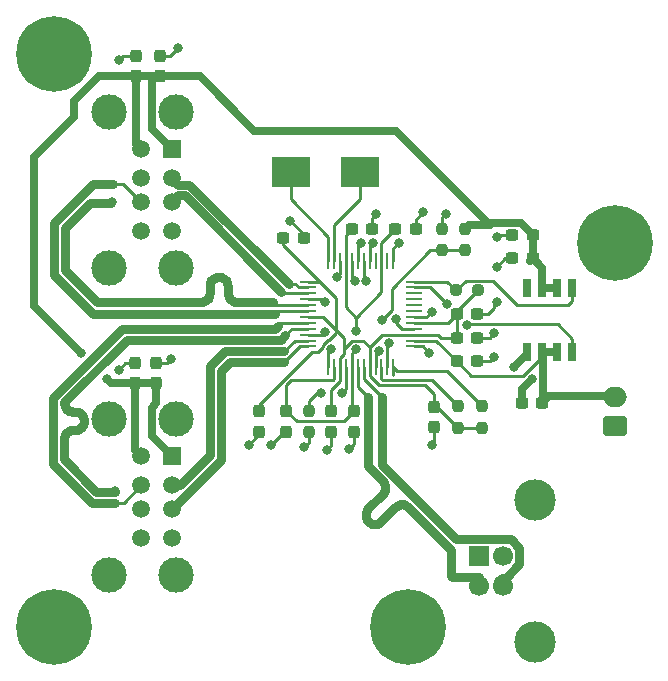
<source format=gbr>
%TF.GenerationSoftware,KiCad,Pcbnew,(6.0.5)*%
%TF.CreationDate,2023-02-01T20:47:26-08:00*%
%TF.ProjectId,USBHub,55534248-7562-42e6-9b69-6361645f7063,rev?*%
%TF.SameCoordinates,Original*%
%TF.FileFunction,Copper,L1,Top*%
%TF.FilePolarity,Positive*%
%FSLAX46Y46*%
G04 Gerber Fmt 4.6, Leading zero omitted, Abs format (unit mm)*
G04 Created by KiCad (PCBNEW (6.0.5)) date 2023-02-01 20:47:26*
%MOMM*%
%LPD*%
G01*
G04 APERTURE LIST*
G04 Aperture macros list*
%AMRoundRect*
0 Rectangle with rounded corners*
0 $1 Rounding radius*
0 $2 $3 $4 $5 $6 $7 $8 $9 X,Y pos of 4 corners*
0 Add a 4 corners polygon primitive as box body*
4,1,4,$2,$3,$4,$5,$6,$7,$8,$9,$2,$3,0*
0 Add four circle primitives for the rounded corners*
1,1,$1+$1,$2,$3*
1,1,$1+$1,$4,$5*
1,1,$1+$1,$6,$7*
1,1,$1+$1,$8,$9*
0 Add four rect primitives between the rounded corners*
20,1,$1+$1,$2,$3,$4,$5,0*
20,1,$1+$1,$4,$5,$6,$7,0*
20,1,$1+$1,$6,$7,$8,$9,0*
20,1,$1+$1,$8,$9,$2,$3,0*%
G04 Aperture macros list end*
%TA.AperFunction,ComponentPad*%
%ADD10O,2.000000X1.700000*%
%TD*%
%TA.AperFunction,ComponentPad*%
%ADD11RoundRect,0.250000X0.750000X-0.600000X0.750000X0.600000X-0.750000X0.600000X-0.750000X-0.600000X0*%
%TD*%
%TA.AperFunction,ComponentPad*%
%ADD12C,3.500000*%
%TD*%
%TA.AperFunction,ComponentPad*%
%ADD13C,1.700000*%
%TD*%
%TA.AperFunction,ComponentPad*%
%ADD14R,1.700000X1.700000*%
%TD*%
%TA.AperFunction,ComponentPad*%
%ADD15C,3.000000*%
%TD*%
%TA.AperFunction,ComponentPad*%
%ADD16R,1.500000X1.500000*%
%TD*%
%TA.AperFunction,ComponentPad*%
%ADD17C,1.500000*%
%TD*%
%TA.AperFunction,ComponentPad*%
%ADD18C,0.800000*%
%TD*%
%TA.AperFunction,ComponentPad*%
%ADD19C,6.400000*%
%TD*%
%TA.AperFunction,SMDPad,CuDef*%
%ADD20R,3.325000X2.500000*%
%TD*%
%TA.AperFunction,SMDPad,CuDef*%
%ADD21R,0.700000X1.650000*%
%TD*%
%TA.AperFunction,SMDPad,CuDef*%
%ADD22O,1.500000X0.250000*%
%TD*%
%TA.AperFunction,SMDPad,CuDef*%
%ADD23O,0.250000X1.500000*%
%TD*%
%TA.AperFunction,SMDPad,CuDef*%
%ADD24RoundRect,0.237500X-0.250000X-0.237500X0.250000X-0.237500X0.250000X0.237500X-0.250000X0.237500X0*%
%TD*%
%TA.AperFunction,SMDPad,CuDef*%
%ADD25RoundRect,0.237500X-0.237500X0.250000X-0.237500X-0.250000X0.237500X-0.250000X0.237500X0.250000X0*%
%TD*%
%TA.AperFunction,SMDPad,CuDef*%
%ADD26RoundRect,0.237500X0.237500X-0.250000X0.237500X0.250000X-0.237500X0.250000X-0.237500X-0.250000X0*%
%TD*%
%TA.AperFunction,SMDPad,CuDef*%
%ADD27RoundRect,0.237500X-0.300000X-0.237500X0.300000X-0.237500X0.300000X0.237500X-0.300000X0.237500X0*%
%TD*%
%TA.AperFunction,SMDPad,CuDef*%
%ADD28RoundRect,0.237500X-0.237500X0.300000X-0.237500X-0.300000X0.237500X-0.300000X0.237500X0.300000X0*%
%TD*%
%TA.AperFunction,SMDPad,CuDef*%
%ADD29RoundRect,0.237500X0.300000X0.237500X-0.300000X0.237500X-0.300000X-0.237500X0.300000X-0.237500X0*%
%TD*%
%TA.AperFunction,SMDPad,CuDef*%
%ADD30RoundRect,0.237500X0.237500X-0.300000X0.237500X0.300000X-0.237500X0.300000X-0.237500X-0.300000X0*%
%TD*%
%TA.AperFunction,ViaPad*%
%ADD31C,0.800000*%
%TD*%
%TA.AperFunction,Conductor*%
%ADD32C,0.250000*%
%TD*%
%TA.AperFunction,Conductor*%
%ADD33C,0.700000*%
%TD*%
%TA.AperFunction,Conductor*%
%ADD34C,0.770000*%
%TD*%
G04 APERTURE END LIST*
D10*
%TO.P,J6,2*%
%TO.N,VD5*%
X174500000Y-93000000D03*
D11*
%TO.P,J6,1*%
%TO.N,GND*%
X174500000Y-95500000D03*
%TD*%
D12*
%TO.P,J3,5*%
%TO.N,GND*%
X167710000Y-113770000D03*
X167710000Y-101730000D03*
D13*
%TO.P,J3,4*%
X165000000Y-106500000D03*
%TO.P,J3,3*%
%TO.N,/DU+*%
X165000000Y-109000000D03*
%TO.P,J3,2*%
%TO.N,/DU-*%
X163000000Y-109000000D03*
D14*
%TO.P,J3,1*%
%TO.N,N/C*%
X163000000Y-106500000D03*
%TD*%
D15*
%TO.P,J1,9*%
%TO.N,GND*%
X137350000Y-82070000D03*
X137350000Y-68930000D03*
D16*
%TO.P,J1,1*%
%TO.N,VBUS*%
X137000000Y-72000000D03*
D17*
%TO.P,J1,2*%
%TO.N,/D4-*%
X137000000Y-74500000D03*
%TO.P,J1,3*%
%TO.N,/D4+*%
X137000000Y-76500000D03*
%TO.P,J1,4*%
%TO.N,GND*%
X137000000Y-79000000D03*
D15*
%TO.P,J1,9*%
X131670000Y-68930000D03*
X131670000Y-82070000D03*
D17*
%TO.P,J1,5*%
%TO.N,VBUS*%
X134380000Y-72000000D03*
%TO.P,J1,6*%
%TO.N,/D3-*%
X134380000Y-74500000D03*
%TO.P,J1,7*%
%TO.N,/D3+*%
X134380000Y-76500000D03*
%TO.P,J1,8*%
%TO.N,GND*%
X134380000Y-79000000D03*
%TD*%
D15*
%TO.P,J2,9*%
%TO.N,GND*%
X137350000Y-108070000D03*
X137350000Y-94930000D03*
D16*
%TO.P,J2,1*%
%TO.N,VBUS*%
X137000000Y-98000000D03*
D17*
%TO.P,J2,2*%
%TO.N,/D1-*%
X137000000Y-100500000D03*
%TO.P,J2,3*%
%TO.N,/D1+*%
X137000000Y-102500000D03*
%TO.P,J2,4*%
%TO.N,GND*%
X137000000Y-105000000D03*
D15*
%TO.P,J2,9*%
X131670000Y-94930000D03*
X131670000Y-108070000D03*
D17*
%TO.P,J2,5*%
%TO.N,VBUS*%
X134380000Y-98000000D03*
%TO.P,J2,6*%
%TO.N,/D2-*%
X134380000Y-100500000D03*
%TO.P,J2,7*%
%TO.N,/D2+*%
X134380000Y-102500000D03*
%TO.P,J2,8*%
%TO.N,GND*%
X134380000Y-105000000D03*
%TD*%
D18*
%TO.P,H4,1*%
%TO.N,GND*%
X158697056Y-110802944D03*
X157000000Y-110100000D03*
X155302944Y-110802944D03*
X154600000Y-112500000D03*
X155302944Y-114197056D03*
X157000000Y-114900000D03*
X158697056Y-114197056D03*
X159400000Y-112500000D03*
D19*
X157000000Y-112500000D03*
%TD*%
D18*
%TO.P,H3,1*%
%TO.N,GND*%
X128697056Y-110802944D03*
X127000000Y-110100000D03*
X125302944Y-110802944D03*
X124600000Y-112500000D03*
X125302944Y-114197056D03*
X127000000Y-114900000D03*
X128697056Y-114197056D03*
X129400000Y-112500000D03*
D19*
X127000000Y-112500000D03*
%TD*%
D18*
%TO.P,H2,1*%
%TO.N,GND*%
X176197056Y-78302944D03*
X174500000Y-77600000D03*
X172802944Y-78302944D03*
X172100000Y-80000000D03*
X172802944Y-81697056D03*
X174500000Y-82400000D03*
X176197056Y-81697056D03*
X176900000Y-80000000D03*
D19*
X174500000Y-80000000D03*
%TD*%
D18*
%TO.P,H1,1*%
%TO.N,GND*%
X128697056Y-62302944D03*
X127000000Y-61600000D03*
X125302944Y-62302944D03*
X124600000Y-64000000D03*
X125302944Y-65697056D03*
X127000000Y-66400000D03*
X128697056Y-65697056D03*
X129400000Y-64000000D03*
D19*
X127000000Y-64000000D03*
%TD*%
D20*
%TO.P,Y1,2*%
%TO.N,Net-(U1-Pad12)*%
X147087500Y-74000000D03*
%TO.P,Y1,1*%
%TO.N,Net-(U1-Pad11)*%
X152912500Y-74000000D03*
%TD*%
D21*
%TO.P,U2,4*%
%TO.N,POWER_EN*%
X170905000Y-89200000D03*
%TO.P,U2,5*%
%TO.N,OVER_CURRENT*%
X170905000Y-83800000D03*
%TO.P,U2,3*%
%TO.N,VD5*%
X169635000Y-89200000D03*
%TO.P,U2,6*%
%TO.N,VBUS*%
X169635000Y-83800000D03*
%TO.P,U2,2*%
%TO.N,VD5*%
X168365000Y-89200000D03*
%TO.P,U2,7*%
%TO.N,VBUS*%
X168365000Y-83800000D03*
%TO.P,U2,1*%
%TO.N,GND*%
X167095000Y-89200000D03*
%TO.P,U2,8*%
%TO.N,N/C*%
X167095000Y-83800000D03*
%TD*%
D22*
%TO.P,U1,48*%
%TO.N,OVER_CURRENT*%
X157500000Y-83250000D03*
%TO.P,U1,47*%
%TO.N,POWER_EN*%
X157500000Y-83750000D03*
%TO.P,U1,46*%
%TO.N,N/C*%
X157500000Y-84250000D03*
%TO.P,U1,45*%
X157500000Y-84750000D03*
%TO.P,U1,44*%
X157500000Y-85250000D03*
%TO.P,U1,43*%
X157500000Y-85750000D03*
%TO.P,U1,42*%
%TO.N,GND*%
X157500000Y-86250000D03*
%TO.P,U1,41*%
%TO.N,VD33*%
X157500000Y-86750000D03*
%TO.P,U1,40*%
%TO.N,GND*%
X157500000Y-87250000D03*
%TO.P,U1,39*%
%TO.N,VD33*%
X157500000Y-87750000D03*
%TO.P,U1,38*%
%TO.N,VD5*%
X157500000Y-88250000D03*
%TO.P,U1,37*%
%TO.N,GND*%
X157500000Y-88750000D03*
D23*
%TO.P,U1,36*%
%TO.N,Net-(R3-Pad2)*%
X155750000Y-90500000D03*
%TO.P,U1,35*%
%TO.N,VBUSM*%
X155250000Y-90500000D03*
%TO.P,U1,34*%
%TO.N,Net-(R2-Pad2)*%
X154750000Y-90500000D03*
%TO.P,U1,33*%
%TO.N,GND*%
X154250000Y-90500000D03*
%TO.P,U1,32*%
%TO.N,VD33*%
X153750000Y-90500000D03*
%TO.P,U1,31*%
%TO.N,/DU+*%
X153250000Y-90500000D03*
%TO.P,U1,30*%
%TO.N,/DU-*%
X152750000Y-90500000D03*
%TO.P,U1,29*%
%TO.N,VD18*%
X152250000Y-90500000D03*
%TO.P,U1,28*%
%TO.N,Net-(R1-Pad1)*%
X151750000Y-90500000D03*
%TO.P,U1,27*%
%TO.N,VD33*%
X151250000Y-90500000D03*
%TO.P,U1,26*%
%TO.N,VD18*%
X150750000Y-90500000D03*
%TO.P,U1,25*%
%TO.N,GND*%
X150250000Y-90500000D03*
D22*
%TO.P,U1,24*%
%TO.N,/D1+*%
X148500000Y-88750000D03*
%TO.P,U1,23*%
%TO.N,/D1-*%
X148500000Y-88250000D03*
%TO.P,U1,22*%
%TO.N,GND*%
X148500000Y-87750000D03*
%TO.P,U1,21*%
%TO.N,/D2+*%
X148500000Y-87250000D03*
%TO.P,U1,20*%
%TO.N,/D2-*%
X148500000Y-86750000D03*
%TO.P,U1,19*%
%TO.N,VD33*%
X148500000Y-86250000D03*
%TO.P,U1,18*%
%TO.N,/D3+*%
X148500000Y-85750000D03*
%TO.P,U1,17*%
%TO.N,/D3-*%
X148500000Y-85250000D03*
%TO.P,U1,16*%
%TO.N,GND*%
X148500000Y-84750000D03*
%TO.P,U1,15*%
%TO.N,/D4+*%
X148500000Y-84250000D03*
%TO.P,U1,14*%
%TO.N,/D4-*%
X148500000Y-83750000D03*
%TO.P,U1,13*%
%TO.N,VD33*%
X148500000Y-83250000D03*
D23*
%TO.P,U1,12*%
%TO.N,Net-(U1-Pad12)*%
X150250000Y-81500000D03*
%TO.P,U1,11*%
%TO.N,Net-(U1-Pad11)*%
X150750000Y-81500000D03*
%TO.P,U1,10*%
%TO.N,GND*%
X151250000Y-81500000D03*
%TO.P,U1,9*%
%TO.N,VD18*%
X151750000Y-81500000D03*
%TO.P,U1,8*%
%TO.N,GND*%
X152250000Y-81500000D03*
%TO.P,U1,7*%
X152750000Y-81500000D03*
%TO.P,U1,6*%
X153250000Y-81500000D03*
%TO.P,U1,5*%
X153750000Y-81500000D03*
%TO.P,U1,4*%
%TO.N,N/C*%
X154250000Y-81500000D03*
%TO.P,U1,3*%
%TO.N,VD18*%
X154750000Y-81500000D03*
%TO.P,U1,2*%
%TO.N,N/C*%
X155250000Y-81500000D03*
%TO.P,U1,1*%
%TO.N,GND*%
X155750000Y-81500000D03*
%TD*%
D24*
%TO.P,R6,2*%
%TO.N,VD33*%
X162912500Y-84000000D03*
%TO.P,R6,1*%
%TO.N,OVER_CURRENT*%
X161087500Y-84000000D03*
%TD*%
D25*
%TO.P,R5,2*%
%TO.N,VBUSM*%
X159900000Y-80612500D03*
%TO.P,R5,1*%
%TO.N,GND*%
X159900000Y-78787500D03*
%TD*%
D26*
%TO.P,R4,2*%
%TO.N,VBUS*%
X161800000Y-78787500D03*
%TO.P,R4,1*%
%TO.N,VBUSM*%
X161800000Y-80612500D03*
%TD*%
%TO.P,R3,2*%
%TO.N,Net-(R3-Pad2)*%
X163300000Y-93787500D03*
%TO.P,R3,1*%
%TO.N,VD33*%
X163300000Y-95612500D03*
%TD*%
%TO.P,R2,2*%
%TO.N,Net-(R2-Pad2)*%
X161200000Y-93787500D03*
%TO.P,R2,1*%
%TO.N,VD33*%
X161200000Y-95612500D03*
%TD*%
D25*
%TO.P,R1,2*%
%TO.N,GND*%
X148600000Y-96012500D03*
%TO.P,R1,1*%
%TO.N,Net-(R1-Pad1)*%
X148600000Y-94187500D03*
%TD*%
D27*
%TO.P,C18,2*%
%TO.N,GND*%
X162862500Y-86000000D03*
%TO.P,C18,1*%
%TO.N,VD33*%
X161137500Y-86000000D03*
%TD*%
%TO.P,C17,2*%
%TO.N,GND*%
X148162500Y-79600000D03*
%TO.P,C17,1*%
%TO.N,VD33*%
X146437500Y-79600000D03*
%TD*%
%TO.P,C16,2*%
%TO.N,GND*%
X153962500Y-78800000D03*
%TO.P,C16,1*%
%TO.N,VD18*%
X152237500Y-78800000D03*
%TD*%
D28*
%TO.P,C15,2*%
%TO.N,GND*%
X159200000Y-95562500D03*
%TO.P,C15,1*%
%TO.N,VD33*%
X159200000Y-93837500D03*
%TD*%
%TO.P,C14,2*%
%TO.N,GND*%
X152400000Y-95962500D03*
%TO.P,C14,1*%
%TO.N,VD18*%
X152400000Y-94237500D03*
%TD*%
%TO.P,C13,2*%
%TO.N,GND*%
X144400000Y-95962500D03*
%TO.P,C13,1*%
%TO.N,VD33*%
X144400000Y-94237500D03*
%TD*%
D27*
%TO.P,C12,2*%
%TO.N,GND*%
X157662500Y-78800000D03*
%TO.P,C12,1*%
%TO.N,VD18*%
X155937500Y-78800000D03*
%TD*%
D28*
%TO.P,C11,2*%
%TO.N,GND*%
X150500000Y-95962500D03*
%TO.P,C11,1*%
%TO.N,VD33*%
X150500000Y-94237500D03*
%TD*%
D27*
%TO.P,C10,2*%
%TO.N,GND*%
X162862500Y-90000000D03*
%TO.P,C10,1*%
%TO.N,VD5*%
X161137500Y-90000000D03*
%TD*%
D29*
%TO.P,C9,2*%
%TO.N,GND*%
X165837500Y-79300000D03*
%TO.P,C9,1*%
%TO.N,VBUS*%
X167562500Y-79300000D03*
%TD*%
%TO.P,C8,2*%
%TO.N,GND*%
X165837500Y-81300000D03*
%TO.P,C8,1*%
%TO.N,VBUS*%
X167562500Y-81300000D03*
%TD*%
%TO.P,C7,2*%
%TO.N,GND*%
X166637500Y-93500000D03*
%TO.P,C7,1*%
%TO.N,VD5*%
X168362500Y-93500000D03*
%TD*%
D30*
%TO.P,C6,2*%
%TO.N,GND*%
X136000000Y-64137500D03*
%TO.P,C6,1*%
%TO.N,VBUS*%
X136000000Y-65862500D03*
%TD*%
%TO.P,C5,2*%
%TO.N,GND*%
X135700000Y-90137500D03*
%TO.P,C5,1*%
%TO.N,VBUS*%
X135700000Y-91862500D03*
%TD*%
%TO.P,C4,2*%
%TO.N,GND*%
X134000000Y-64137500D03*
%TO.P,C4,1*%
%TO.N,VBUS*%
X134000000Y-65862500D03*
%TD*%
%TO.P,C3,2*%
%TO.N,GND*%
X133900000Y-90137500D03*
%TO.P,C3,1*%
%TO.N,VBUS*%
X133900000Y-91862500D03*
%TD*%
D28*
%TO.P,C2,2*%
%TO.N,GND*%
X146700000Y-95962500D03*
%TO.P,C2,1*%
%TO.N,VD18*%
X146700000Y-94237500D03*
%TD*%
D27*
%TO.P,C1,2*%
%TO.N,GND*%
X162862500Y-88000000D03*
%TO.P,C1,1*%
%TO.N,VD33*%
X161137500Y-88000000D03*
%TD*%
D31*
%TO.N,GND*%
X167500000Y-91500000D03*
X132500000Y-90700000D03*
X136900000Y-89800000D03*
X132500000Y-64500000D03*
X137500000Y-63500000D03*
X164500000Y-85000000D03*
X164300000Y-87600000D03*
X164300000Y-89600000D03*
X160200000Y-77500000D03*
X150500000Y-89000000D03*
X150000000Y-87500000D03*
X150000000Y-85000000D03*
X151000000Y-82900000D03*
X152500000Y-83200000D03*
X153000000Y-80000000D03*
X153400000Y-83200000D03*
X154000000Y-80000000D03*
X156200000Y-80000000D03*
X154300000Y-77500000D03*
X145400000Y-97100000D03*
X148200000Y-97300000D03*
X152000000Y-97400000D03*
X150100000Y-97500000D03*
X159000000Y-97100000D03*
X158800000Y-89300000D03*
X154525000Y-89100000D03*
X159000000Y-85800000D03*
X156000000Y-86400000D03*
X147000000Y-78100000D03*
X158300000Y-77400000D03*
X143500000Y-97100000D03*
X164500000Y-82000000D03*
X164500000Y-79500000D03*
X166000000Y-90500000D03*
%TO.N,VD18*%
X152600000Y-89000000D03*
X152600000Y-87400000D03*
%TO.N,VBUS*%
X131500000Y-91500000D03*
X129327381Y-89327381D03*
%TO.N,Net-(R1-Pad1)*%
X151400000Y-92700000D03*
X149600000Y-92700000D03*
%TO.N,VBUSM*%
X155400000Y-88475000D03*
X154800000Y-86500000D03*
%TO.N,POWER_EN*%
X162000000Y-86900000D03*
X160265348Y-85151152D03*
%TO.N,/D3-*%
X131936724Y-76536724D03*
%TO.N,/D2+*%
X132200000Y-101023800D03*
%TD*%
D32*
%TO.N,GND*%
X133062500Y-90137500D02*
X132500000Y-90700000D01*
X133900000Y-90137500D02*
X133062500Y-90137500D01*
X135700000Y-90137500D02*
X136562500Y-90137500D01*
X136562500Y-90137500D02*
X136900000Y-89800000D01*
X132862500Y-64137500D02*
X132500000Y-64500000D01*
X134000000Y-64137500D02*
X132862500Y-64137500D01*
X136862500Y-64137500D02*
X137500000Y-63500000D01*
X136000000Y-64137500D02*
X136862500Y-64137500D01*
X163800000Y-86000000D02*
X164300000Y-85500000D01*
X162862500Y-86000000D02*
X163800000Y-86000000D01*
X163900000Y-88000000D02*
X164300000Y-87600000D01*
X162862500Y-88000000D02*
X163900000Y-88000000D01*
X163900000Y-90000000D02*
X164300000Y-89600000D01*
X162862500Y-90000000D02*
X163900000Y-90000000D01*
X159900000Y-77800000D02*
X160200000Y-77500000D01*
X159900000Y-78787500D02*
X159900000Y-77800000D01*
X150250000Y-89250000D02*
X150500000Y-89000000D01*
X150250000Y-90500000D02*
X150250000Y-89250000D01*
X149750000Y-87750000D02*
X150000000Y-87500000D01*
X148500000Y-87750000D02*
X149750000Y-87750000D01*
X149750000Y-84750000D02*
X150000000Y-85000000D01*
X148500000Y-84750000D02*
X149750000Y-84750000D01*
X151250000Y-82650000D02*
X151000000Y-82900000D01*
X151250000Y-81500000D02*
X151250000Y-82650000D01*
X152250000Y-82950000D02*
X152500000Y-83200000D01*
X152250000Y-81500000D02*
X152250000Y-82950000D01*
X152750000Y-80250000D02*
X153000000Y-80000000D01*
X152750000Y-81500000D02*
X152750000Y-80250000D01*
X153250000Y-83050000D02*
X153400000Y-83200000D01*
X153250000Y-81500000D02*
X153250000Y-83050000D01*
X153750000Y-80250000D02*
X154000000Y-80000000D01*
X153750000Y-81500000D02*
X153750000Y-80250000D01*
X155750000Y-80450000D02*
X156200000Y-80000000D01*
X155750000Y-81500000D02*
X155750000Y-80450000D01*
X153962500Y-77837500D02*
X154300000Y-77500000D01*
X153962500Y-78800000D02*
X153962500Y-77837500D01*
X146537500Y-95962500D02*
X145400000Y-97100000D01*
X146700000Y-95962500D02*
X146537500Y-95962500D01*
X148600000Y-96900000D02*
X148200000Y-97300000D01*
X148600000Y-96012500D02*
X148600000Y-96900000D01*
X152400000Y-97000000D02*
X152000000Y-97400000D01*
X152400000Y-95962500D02*
X152400000Y-97000000D01*
X150500000Y-97100000D02*
X150100000Y-97500000D01*
X150500000Y-95962500D02*
X150500000Y-97100000D01*
X159200000Y-96900000D02*
X159000000Y-97100000D01*
X159200000Y-95562500D02*
X159200000Y-96900000D01*
X158250000Y-88750000D02*
X158800000Y-89300000D01*
X157500000Y-88750000D02*
X158250000Y-88750000D01*
X154250000Y-89375000D02*
X154525000Y-89100000D01*
X154250000Y-90500000D02*
X154250000Y-89375000D01*
X158550000Y-86250000D02*
X159000000Y-85800000D01*
X157500000Y-86250000D02*
X158550000Y-86250000D01*
X156000000Y-86750000D02*
X156000000Y-86400000D01*
X156500000Y-87250000D02*
X156000000Y-86750000D01*
X157500000Y-87250000D02*
X156500000Y-87250000D01*
X148162500Y-79262500D02*
X147000000Y-78100000D01*
X148162500Y-79600000D02*
X148162500Y-79262500D01*
X157662500Y-78037500D02*
X158300000Y-77400000D01*
X157662500Y-78800000D02*
X157662500Y-78037500D01*
X144400000Y-96200000D02*
X143500000Y-97100000D01*
X144400000Y-95962500D02*
X144400000Y-96200000D01*
D33*
X166637500Y-92362500D02*
X167500000Y-91500000D01*
X166637500Y-93500000D02*
X166637500Y-92362500D01*
D32*
X165200000Y-81300000D02*
X164500000Y-82000000D01*
X165837500Y-81300000D02*
X165200000Y-81300000D01*
X164700000Y-79300000D02*
X164500000Y-79500000D01*
X165837500Y-79300000D02*
X164700000Y-79300000D01*
D33*
X167095000Y-89405000D02*
X166000000Y-90500000D01*
X167095000Y-89200000D02*
X167095000Y-89405000D01*
D32*
X164300000Y-85200000D02*
X164500000Y-85000000D01*
X164300000Y-85500000D02*
X164300000Y-85200000D01*
%TO.N,VD33*%
X151250000Y-89738590D02*
X151250000Y-90500000D01*
X151563600Y-89424990D02*
X151250000Y-89738590D01*
X153750000Y-90500000D02*
X153750000Y-89738590D01*
X159773910Y-88000000D02*
X159523910Y-87750000D01*
X159523910Y-87750000D02*
X157500000Y-87750000D01*
X161137500Y-88000000D02*
X159773910Y-88000000D01*
X160387500Y-86750000D02*
X157500000Y-86750000D01*
X161137500Y-86000000D02*
X160387500Y-86750000D01*
X161137500Y-88000000D02*
X161137500Y-86000000D01*
X159425000Y-93837500D02*
X161200000Y-95612500D01*
X159200000Y-93837500D02*
X159425000Y-93837500D01*
X161200000Y-95612500D02*
X163300000Y-95612500D01*
X150750000Y-93987500D02*
X150500000Y-94237500D01*
X154801998Y-87750000D02*
X155650000Y-87750000D01*
X153750000Y-88801998D02*
X154801998Y-87750000D01*
X153750000Y-90500000D02*
X153750000Y-88801998D01*
X155650000Y-87750000D02*
X155500000Y-87750000D01*
X157500000Y-87750000D02*
X155650000Y-87750000D01*
X151563600Y-87990598D02*
X151563600Y-89424990D01*
X148500000Y-86250000D02*
X149823002Y-86250000D01*
X148500000Y-83250000D02*
X149500000Y-83250000D01*
X150936501Y-87363499D02*
X151563600Y-87990598D01*
X149823002Y-86250000D02*
X150936501Y-87363499D01*
X146437500Y-80187500D02*
X149725000Y-83475000D01*
X146437500Y-79600000D02*
X146437500Y-80187500D01*
X149725000Y-83475000D02*
X150936501Y-84686501D01*
X149500000Y-83250000D02*
X149725000Y-83475000D01*
X153223001Y-88274999D02*
X153750000Y-88801998D01*
X152251999Y-88274999D02*
X153223001Y-88274999D01*
X151563600Y-88963398D02*
X152251999Y-88274999D01*
X151563600Y-89424990D02*
X151563600Y-88963398D01*
X150500000Y-94237500D02*
X150500000Y-93700000D01*
X151250000Y-90500000D02*
X151250000Y-91650000D01*
X150500000Y-92400000D02*
X150500000Y-94237500D01*
X151250000Y-91650000D02*
X150500000Y-92400000D01*
X150348001Y-88225001D02*
X150936501Y-87636501D01*
X149774999Y-88651999D02*
X150201997Y-88225001D01*
X150201997Y-88225001D02*
X150348001Y-88225001D01*
X149774999Y-88825001D02*
X149774999Y-88651999D01*
X148863580Y-89200010D02*
X149399990Y-89200010D01*
X144400000Y-93663590D02*
X148863580Y-89200010D01*
X144400000Y-94237500D02*
X144400000Y-93663590D01*
X149399990Y-89200010D02*
X149774999Y-88825001D01*
X150936501Y-86963499D02*
X150936501Y-87363499D01*
X150936501Y-87636501D02*
X150936501Y-86963499D01*
X150936501Y-84686501D02*
X150936501Y-86963499D01*
X159200000Y-93837500D02*
X159200000Y-92800000D01*
X159200000Y-92800000D02*
X158450010Y-92050010D01*
X153750000Y-91261410D02*
X153750000Y-90500000D01*
X154538600Y-92050010D02*
X153750000Y-91261410D01*
X158450010Y-92050010D02*
X154538600Y-92050010D01*
X161137500Y-86000000D02*
X161137500Y-85775000D01*
X161137500Y-85775000D02*
X162912500Y-84000000D01*
%TO.N,VD18*%
X154750000Y-84150000D02*
X154750000Y-81500000D01*
X154750000Y-79987500D02*
X154750000Y-81500000D01*
X155937500Y-78800000D02*
X154750000Y-79987500D01*
X151750000Y-79287500D02*
X151750000Y-81500000D01*
X152237500Y-78800000D02*
X151750000Y-79287500D01*
X152250000Y-94087500D02*
X152400000Y-94237500D01*
X152250000Y-90500000D02*
X152250000Y-94087500D01*
X152250000Y-89350000D02*
X152600000Y-89000000D01*
X152250000Y-90500000D02*
X152250000Y-89350000D01*
X152600000Y-86300000D02*
X154750000Y-84150000D01*
X152600000Y-87400000D02*
X152600000Y-86300000D01*
X151725001Y-81524999D02*
X151750000Y-81500000D01*
X151725001Y-85425001D02*
X151725001Y-81524999D01*
X152600000Y-86300000D02*
X151725001Y-85425001D01*
X151537500Y-95100000D02*
X152400000Y-94237500D01*
X147562500Y-95100000D02*
X151537500Y-95100000D01*
X146700000Y-94237500D02*
X147562500Y-95100000D01*
X146700000Y-94237500D02*
X146700000Y-92000000D01*
X150750000Y-91500000D02*
X150750000Y-90500000D01*
X150650000Y-91600000D02*
X150750000Y-91500000D01*
X147100000Y-91600000D02*
X150650000Y-91600000D01*
X146700000Y-92000000D02*
X147100000Y-91600000D01*
%TO.N,VBUS*%
X129327381Y-89327381D02*
X125500000Y-85500000D01*
D33*
X167335000Y-81527500D02*
X167562500Y-81300000D01*
X167562500Y-81300000D02*
X167562500Y-79300000D01*
X162150000Y-78437500D02*
X161800000Y-78787500D01*
X163962500Y-78437500D02*
X162150000Y-78437500D01*
X134000000Y-65862500D02*
X136000000Y-65862500D01*
X134000000Y-71620000D02*
X134380000Y-72000000D01*
X134000000Y-65862500D02*
X134000000Y-71620000D01*
X135299999Y-70299999D02*
X137000000Y-72000000D01*
X135299999Y-66087501D02*
X135299999Y-70299999D01*
X135525000Y-65862500D02*
X135299999Y-66087501D01*
X136000000Y-65862500D02*
X135525000Y-65862500D01*
X134000000Y-65862500D02*
X130837500Y-65862500D01*
X130837500Y-65862500D02*
X128700000Y-68000000D01*
X128700000Y-69300000D02*
X125300000Y-72700000D01*
X125300000Y-85300000D02*
X129327381Y-89327381D01*
X125300000Y-72700000D02*
X125300000Y-85300000D01*
X131500000Y-91500000D02*
X131600000Y-91600000D01*
D32*
X131862500Y-91862500D02*
X131600000Y-91600000D01*
D33*
X131862500Y-91862500D02*
X133900000Y-91862500D01*
X131500000Y-91500000D02*
X131862500Y-91862500D01*
X133900000Y-91862500D02*
X135700000Y-91862500D01*
X133900000Y-97520000D02*
X134380000Y-98000000D01*
X133900000Y-91862500D02*
X133900000Y-97520000D01*
X135299999Y-96299999D02*
X137000000Y-98000000D01*
X135299999Y-93945999D02*
X135299999Y-96299999D01*
X135700000Y-93545998D02*
X135299999Y-93945999D01*
X135700000Y-91862500D02*
X135700000Y-93545998D01*
X166537490Y-78274990D02*
X167562500Y-79300000D01*
X164125010Y-78274990D02*
X166537490Y-78274990D01*
X163962500Y-78437500D02*
X164125010Y-78274990D01*
X168365000Y-83800000D02*
X169635000Y-83800000D01*
X168365000Y-82102500D02*
X167562500Y-81300000D01*
X168365000Y-83800000D02*
X168365000Y-82102500D01*
X143987500Y-70487500D02*
X156012500Y-70487500D01*
X139362500Y-65862500D02*
X143987500Y-70487500D01*
X136000000Y-65862500D02*
X139362500Y-65862500D01*
X163962500Y-78437500D02*
X156012500Y-70487500D01*
X128700000Y-69300000D02*
X128700000Y-68000000D01*
D32*
%TO.N,Net-(R1-Pad1)*%
X151750000Y-92350000D02*
X151400000Y-92700000D01*
X151750000Y-90500000D02*
X151750000Y-92350000D01*
X149600000Y-92700000D02*
X149300000Y-92700000D01*
X148600000Y-93400000D02*
X148600000Y-94187500D01*
X149300000Y-92700000D02*
X148600000Y-93400000D01*
%TO.N,Net-(R2-Pad2)*%
X154750000Y-91500000D02*
X154850000Y-91600000D01*
X154750000Y-90500000D02*
X154750000Y-91500000D01*
X159012500Y-91600000D02*
X161200000Y-93787500D01*
X154850000Y-91600000D02*
X159012500Y-91600000D01*
%TO.N,Net-(R3-Pad2)*%
X155750000Y-90500000D02*
X155750000Y-91150000D01*
X160312510Y-90800010D02*
X163300000Y-93787500D01*
X156050010Y-90800010D02*
X160312510Y-90800010D01*
X155750000Y-90500000D02*
X156050010Y-90800010D01*
%TO.N,VBUSM*%
X161800000Y-80612500D02*
X159900000Y-80612500D01*
X158876090Y-80612500D02*
X155600000Y-83888590D01*
X159900000Y-80612500D02*
X158876090Y-80612500D01*
X155250000Y-88625000D02*
X155400000Y-88475000D01*
X155250000Y-90500000D02*
X155250000Y-88625000D01*
X155600000Y-85700000D02*
X155600000Y-83888590D01*
X154800000Y-86500000D02*
X155600000Y-85700000D01*
%TO.N,OVER_CURRENT*%
X161887510Y-83199990D02*
X161087500Y-84000000D01*
X160337491Y-83249991D02*
X157500000Y-83249991D01*
X161087500Y-84000000D02*
X160337491Y-83249991D01*
X164199990Y-83199990D02*
X161887510Y-83199990D01*
X166250001Y-85250001D02*
X164199990Y-83199990D01*
X170905000Y-84875000D02*
X170905000Y-83800000D01*
X170529999Y-85250001D02*
X170905000Y-84875000D01*
X166250001Y-85250001D02*
X170529999Y-85250001D01*
%TO.N,POWER_EN*%
X162025001Y-86874999D02*
X162000000Y-86900000D01*
X169654999Y-86874999D02*
X162025001Y-86874999D01*
X170905000Y-88125000D02*
X169654999Y-86874999D01*
X170905000Y-89200000D02*
X170905000Y-88125000D01*
X158864196Y-83750000D02*
X157500000Y-83750000D01*
X160265348Y-85151152D02*
X158864196Y-83750000D01*
%TO.N,Net-(U1-Pad12)*%
X147087500Y-74000000D02*
X147087500Y-76287500D01*
X150250000Y-79450000D02*
X150250000Y-81500000D01*
X147087500Y-76287500D02*
X150250000Y-79450000D01*
%TO.N,Net-(U1-Pad11)*%
X152912500Y-74000000D02*
X152912500Y-76287500D01*
X150750000Y-78450000D02*
X150750000Y-81500000D01*
X152912500Y-76287500D02*
X150750000Y-78450000D01*
%TO.N,/D4-*%
X147738590Y-83750000D02*
X148500000Y-83750000D01*
X147462472Y-83473882D02*
X147738590Y-83750000D01*
X146926118Y-83473882D02*
X147462472Y-83473882D01*
D34*
X138491036Y-75038800D02*
X137538800Y-75038800D01*
X137538800Y-75038800D02*
X137000000Y-74500000D01*
X146926118Y-83473882D02*
X138491036Y-75038800D01*
D32*
%TO.N,/D4+*%
X146397764Y-84250000D02*
X148500000Y-84250000D01*
X146273882Y-84126118D02*
X146397764Y-84250000D01*
D34*
X137538800Y-75961200D02*
X137000000Y-76500000D01*
X138108964Y-75961200D02*
X137538800Y-75961200D01*
X146273882Y-84126118D02*
X138108964Y-75961200D01*
D32*
%TO.N,/D3-*%
X148500000Y-85250000D02*
X145850000Y-85250000D01*
X145850000Y-85250000D02*
X145600000Y-85000000D01*
X131912248Y-76561200D02*
X131936724Y-76536724D01*
X131891036Y-76561200D02*
X131912248Y-76561200D01*
D34*
X127961200Y-78691036D02*
X130091036Y-76561200D01*
X127961200Y-82308964D02*
X127961200Y-78691036D01*
X130652236Y-85000000D02*
X127961200Y-82308964D01*
X139591341Y-84980694D02*
X139420000Y-85000000D01*
X139754090Y-84923746D02*
X139591341Y-84980694D01*
X141653746Y-83289430D02*
X141562010Y-83143433D01*
X141710694Y-83452179D02*
X141653746Y-83289430D01*
X141730000Y-83623521D02*
X141710694Y-83452179D01*
X141730000Y-84230000D02*
X141730000Y-83623521D01*
X139420000Y-85000000D02*
X130652236Y-85000000D01*
X141806253Y-84564090D02*
X141749305Y-84401341D01*
X142019912Y-84832010D02*
X141897989Y-84710087D01*
X141897989Y-84710087D02*
X141806253Y-84564090D01*
X142165909Y-84923746D02*
X142019912Y-84832010D01*
X142328658Y-84980694D02*
X142165909Y-84923746D01*
X141749305Y-84401341D02*
X141730000Y-84230000D01*
X140113746Y-84564090D02*
X140022010Y-84710087D01*
X130091036Y-76561200D02*
X131891036Y-76561200D01*
X142500000Y-85000000D02*
X142328658Y-84980694D01*
X139900087Y-84832010D02*
X139754090Y-84923746D01*
X145600000Y-85000000D02*
X142500000Y-85000000D01*
X140190000Y-83623521D02*
X140190000Y-84230000D01*
X140022010Y-84710087D02*
X139900087Y-84832010D01*
X141440087Y-83021510D02*
X141294090Y-82929774D01*
X141294090Y-82929774D02*
X141131341Y-82872826D01*
X141131341Y-82872826D02*
X140960000Y-82853521D01*
X140960000Y-82853521D02*
X140788658Y-82872826D01*
X140209305Y-83452179D02*
X140190000Y-83623521D01*
X140788658Y-82872826D02*
X140625909Y-82929774D01*
X140625909Y-82929774D02*
X140479912Y-83021510D01*
X140479912Y-83021510D02*
X140357989Y-83143433D01*
X140357989Y-83143433D02*
X140266253Y-83289430D01*
X140266253Y-83289430D02*
X140209305Y-83452179D01*
X140190000Y-84230000D02*
X140170694Y-84401341D01*
X141562010Y-83143433D02*
X141440087Y-83021510D01*
X140170694Y-84401341D02*
X140113746Y-84564090D01*
D32*
%TO.N,/D3+*%
X148500000Y-85750000D02*
X145950000Y-85750000D01*
X145950000Y-85750000D02*
X145700000Y-86000000D01*
D34*
X145700000Y-86000000D02*
X130347764Y-86000000D01*
X130347764Y-86000000D02*
X127038800Y-82691036D01*
X127038800Y-82691036D02*
X127038800Y-78308964D01*
D32*
X134380000Y-76500000D02*
X132880000Y-75000000D01*
X132880000Y-75000000D02*
X132000000Y-75000000D01*
D34*
X130347764Y-75000000D02*
X127038800Y-78308964D01*
X132000000Y-75000000D02*
X130347764Y-75000000D01*
D32*
%TO.N,/D2-*%
X148500000Y-86750000D02*
X146250000Y-86750000D01*
X146250000Y-86750000D02*
X146000000Y-87000000D01*
D34*
X126938800Y-98691036D02*
X130208964Y-101961200D01*
X126938800Y-93108964D02*
X126938800Y-98691036D01*
X132808964Y-87238800D02*
X126938800Y-93108964D01*
X145761200Y-87238800D02*
X132808964Y-87238800D01*
X146000000Y-87000000D02*
X145761200Y-87238800D01*
X130208964Y-101961200D02*
X132200000Y-101961200D01*
D32*
X132918800Y-101961200D02*
X134380000Y-100500000D01*
X132200000Y-101961200D02*
X132918800Y-101961200D01*
%TO.N,/D2+*%
X148500000Y-87250000D02*
X147150000Y-87250000D01*
X147150000Y-87250000D02*
X146600000Y-87800000D01*
X132200000Y-101038800D02*
X132200000Y-101023800D01*
D34*
X130591036Y-101038800D02*
X132200000Y-101038800D01*
X127861200Y-98308964D02*
X130591036Y-101038800D01*
X127861200Y-96571036D02*
X127861200Y-98308964D01*
X127880506Y-96399694D02*
X127861200Y-96571036D01*
X127937454Y-96236945D02*
X127880506Y-96399694D01*
X128029190Y-96090948D02*
X127937454Y-96236945D01*
X128151113Y-95969025D02*
X128029190Y-96090948D01*
X128962542Y-94280341D02*
X129125291Y-94337289D01*
X127937454Y-93825126D02*
X128029190Y-93971123D01*
X128631200Y-94261036D02*
X128791200Y-94261036D01*
X128029190Y-93971123D02*
X128151113Y-94093046D01*
X129271288Y-94429025D02*
X129393211Y-94550948D01*
X128459859Y-94241730D02*
X128631200Y-94261036D01*
X129561200Y-95031036D02*
X129541895Y-95202377D01*
X128151113Y-94093046D02*
X128297110Y-94184782D01*
X127861200Y-93491036D02*
X127880506Y-93662377D01*
X127880506Y-93662377D02*
X127937454Y-93825126D01*
X133191036Y-88161200D02*
X127861200Y-93491036D01*
X128631200Y-95801036D02*
X128459859Y-95820341D01*
X128791200Y-94261036D02*
X128962542Y-94280341D01*
X146238800Y-88161200D02*
X133191036Y-88161200D01*
X128297110Y-94184782D02*
X128459859Y-94241730D01*
X146600000Y-87800000D02*
X146238800Y-88161200D01*
X129125291Y-94337289D02*
X129271288Y-94429025D01*
X129393211Y-94550948D02*
X129484947Y-94696945D01*
X129484947Y-94696945D02*
X129541895Y-94859694D01*
X129484947Y-95365126D02*
X129393211Y-95511123D01*
X129541895Y-94859694D02*
X129561200Y-95031036D01*
X129541895Y-95202377D02*
X129484947Y-95365126D01*
X129393211Y-95511123D02*
X129271288Y-95633046D01*
X129271288Y-95633046D02*
X129125291Y-95724782D01*
X129125291Y-95724782D02*
X128962542Y-95781730D01*
X128962542Y-95781730D02*
X128791200Y-95801036D01*
X128791200Y-95801036D02*
X128631200Y-95801036D01*
X128459859Y-95820341D02*
X128297110Y-95877289D01*
X128297110Y-95877289D02*
X128151113Y-95969025D01*
%TO.N,/D1-*%
X137695529Y-100500000D02*
X140238800Y-97956729D01*
X137000000Y-100500000D02*
X137695529Y-100500000D01*
X140238800Y-97956729D02*
X140238800Y-90408964D01*
X140238800Y-90408964D02*
X141508964Y-89138800D01*
X141508964Y-89138800D02*
X146500000Y-89138800D01*
D32*
X147388800Y-88250000D02*
X148500000Y-88250000D01*
X146500000Y-89138800D02*
X147388800Y-88250000D01*
D34*
%TO.N,/D1+*%
X141161200Y-98338800D02*
X141161200Y-90791036D01*
X137000000Y-102500000D02*
X141161200Y-98338800D01*
X141161200Y-90791036D02*
X141891036Y-90061200D01*
X141891036Y-90061200D02*
X146500000Y-90061200D01*
D32*
X147825589Y-88750000D02*
X148500000Y-88750000D01*
X146514389Y-90061200D02*
X147825589Y-88750000D01*
X146500000Y-90061200D02*
X146514389Y-90061200D01*
%TO.N,/DU+*%
X153250000Y-90500000D02*
X153250000Y-91261410D01*
X153250000Y-90500000D02*
X153250000Y-91500000D01*
X153250000Y-91500000D02*
X154800000Y-93050000D01*
D34*
X154800000Y-93050000D02*
X154800000Y-98800000D01*
X161064999Y-105064999D02*
X165688801Y-105064999D01*
X154800000Y-98800000D02*
X161064999Y-105064999D01*
X165688801Y-105064999D02*
X166435001Y-105811199D01*
X166435001Y-105811199D02*
X166435001Y-107188801D01*
X166435001Y-107188801D02*
X165306735Y-108317067D01*
X165306735Y-108317067D02*
X164934036Y-108317067D01*
X164934036Y-108317067D02*
X164625552Y-108625551D01*
X164625552Y-108625551D02*
X165000000Y-109000000D01*
D32*
%TO.N,/DU-*%
X152750000Y-90500000D02*
X152750000Y-92150000D01*
X152750000Y-91450000D02*
X152750000Y-92150000D01*
X152750000Y-92150000D02*
X153600000Y-93000000D01*
D34*
X163000000Y-108304471D02*
X163000000Y-109000000D01*
X162943196Y-108247667D02*
X163000000Y-108304471D01*
X160642608Y-108200067D02*
X160690208Y-108247667D01*
X160642608Y-105947079D02*
X160642608Y-108200067D01*
X157025653Y-102330124D02*
X160642608Y-105947079D01*
X156735495Y-102147806D02*
X156890845Y-102222618D01*
X156567393Y-102109438D02*
X156735495Y-102147806D01*
X153513594Y-102602652D02*
X153438782Y-102758002D01*
X154847765Y-101241180D02*
X153621100Y-102467844D01*
X154710044Y-103556789D02*
X155936708Y-102330124D01*
X160690208Y-108247667D02*
X162943196Y-108247667D01*
X153438782Y-102758002D02*
X153400414Y-102926104D01*
X155068451Y-100782920D02*
X155030082Y-100951023D01*
X156890845Y-102222618D02*
X157025653Y-102330124D01*
X154419887Y-103739106D02*
X154575236Y-103664294D01*
X155068451Y-100610495D02*
X155068451Y-100782920D01*
X155030082Y-100442393D02*
X155068451Y-100610495D01*
X156071516Y-102222618D02*
X156226866Y-102147806D01*
X154955270Y-100287043D02*
X155030082Y-100442393D01*
X154575236Y-103664294D02*
X154710044Y-103556789D01*
X153621100Y-102467844D02*
X153513594Y-102602652D01*
X154955270Y-101106372D02*
X154847765Y-101241180D01*
X154251784Y-103777475D02*
X154419887Y-103739106D01*
X155030082Y-100951023D02*
X154955270Y-101106372D01*
X156394968Y-102109438D02*
X156567393Y-102109438D01*
X154847765Y-100152236D02*
X154955270Y-100287043D01*
X153600000Y-98904471D02*
X154847765Y-100152236D01*
X153600000Y-93000000D02*
X153600000Y-98904471D01*
X153513594Y-103421981D02*
X153621100Y-103556789D01*
X153400414Y-102926104D02*
X153400414Y-103098529D01*
X153400414Y-103098529D02*
X153438782Y-103266631D01*
X153438782Y-103266631D02*
X153513594Y-103421981D01*
X153621100Y-103556789D02*
X153755907Y-103664294D01*
X153911257Y-103739106D02*
X154079359Y-103777475D01*
X153755907Y-103664294D02*
X153911257Y-103739106D01*
X154079359Y-103777475D02*
X154251784Y-103777475D01*
X155936708Y-102330124D02*
X156071516Y-102222618D01*
X156226866Y-102147806D02*
X156394968Y-102109438D01*
D32*
%TO.N,VD5*%
X159387500Y-88250000D02*
X157500000Y-88250000D01*
X161137500Y-90000000D02*
X159387500Y-88250000D01*
D33*
X168902500Y-92960000D02*
X168362500Y-93500000D01*
X174500000Y-92960000D02*
X168902500Y-92960000D01*
X168450001Y-89285001D02*
X168365000Y-89200000D01*
X168450001Y-93412499D02*
X168450001Y-89285001D01*
X168362500Y-93500000D02*
X168450001Y-93412499D01*
X168365000Y-89200000D02*
X169635000Y-89200000D01*
D32*
X168365000Y-89605001D02*
X168365000Y-89200000D01*
X166745000Y-91225001D02*
X168365000Y-89605001D01*
X162362501Y-91225001D02*
X166745000Y-91225001D01*
X161137500Y-90000000D02*
X162362501Y-91225001D01*
%TD*%
M02*

</source>
